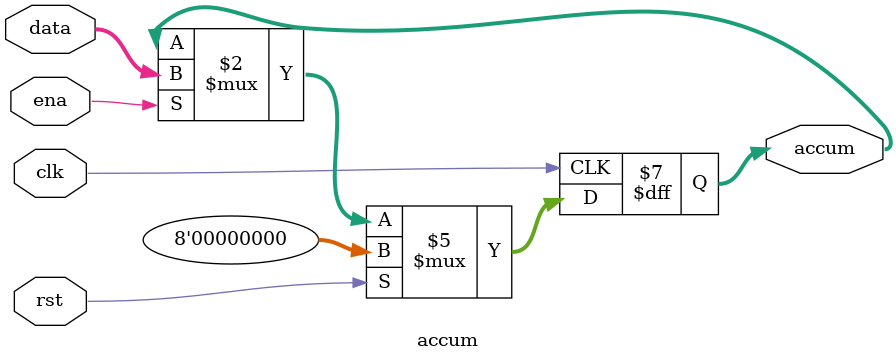
<source format=v>
module accum (
    input   clk     ,
    input   ena     ,//load_acc
    input   rst     ,
    input        [7:0]   data    ,//输入为alu_out，由算数运算器产生
    output  reg  [7:0]   accum
);
    
    always @(posedge clk ) begin
        if (rst) begin
            accum <= 8'h00      ;
        end else if (ena) begin
            accum <= data   ;//cpu发出信号，这边获取总线数据
        end 
    end 
endmodule
</source>
